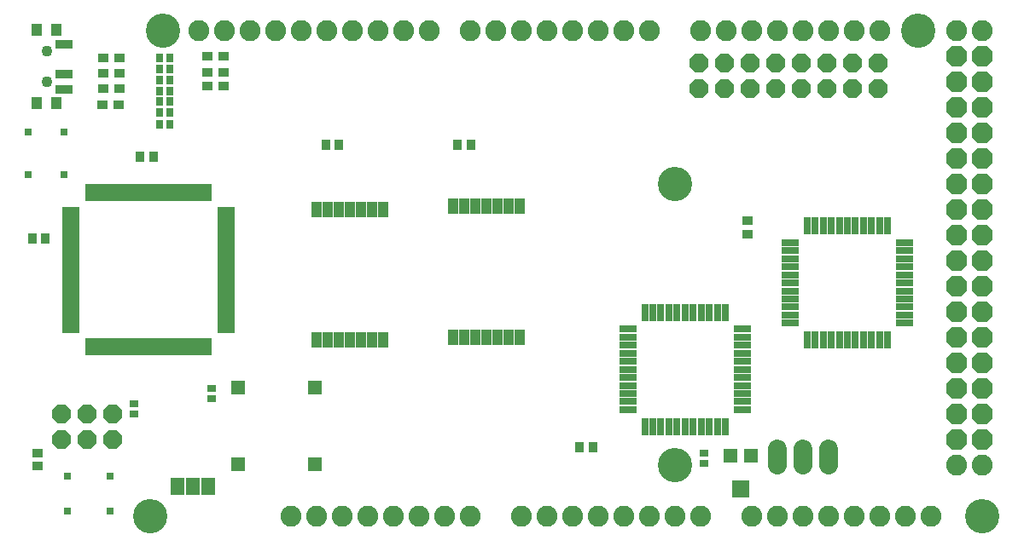
<source format=gbr>
G04 EAGLE Gerber RS-274X export*
G75*
%MOMM*%
%FSLAX34Y34*%
%LPD*%
%INSoldermask Top*%
%IPPOS*%
%AMOC8*
5,1,8,0,0,1.08239X$1,22.5*%
G01*
%ADD10C,2.082800*%
%ADD11P,2.254402X8X112.500000*%
%ADD12C,3.403200*%
%ADD13R,0.803200X0.803200*%
%ADD14C,1.092200*%
%ADD15R,1.016000X1.193800*%
%ADD16R,1.701800X0.914400*%
%ADD17R,1.103200X0.903200*%
%ADD18R,0.903200X1.103200*%
%ADD19R,0.483200X1.539600*%
%ADD20R,0.750300X1.762000*%
%ADD21R,1.762000X0.750300*%
%ADD22R,1.803000X0.483200*%
%ADD23R,0.483200X1.803000*%
%ADD24R,0.903200X0.803200*%
%ADD25P,1.979475X8X22.500000*%
%ADD26R,1.003200X0.953200*%
%ADD27R,0.803200X0.903200*%
%ADD28R,1.371600X1.803400*%
%ADD29R,1.412800X1.412800*%
%ADD30P,1.979475X8X202.500000*%
%ADD31C,1.828800*%
%ADD32R,1.703200X1.803200*%
%ADD33R,1.403200X1.403200*%


D10*
X762000Y25400D03*
X787400Y25400D03*
X812800Y25400D03*
X838200Y25400D03*
X863600Y25400D03*
X889000Y25400D03*
X914400Y25400D03*
X736600Y25400D03*
X711200Y508000D03*
X736600Y508000D03*
X762000Y508000D03*
X787400Y508000D03*
X812800Y508000D03*
X838200Y508000D03*
X863600Y508000D03*
X685800Y508000D03*
X533400Y25400D03*
X558800Y25400D03*
X584200Y25400D03*
X609600Y25400D03*
X635000Y25400D03*
X660400Y25400D03*
X685800Y25400D03*
X508000Y25400D03*
X482600Y508000D03*
X508000Y508000D03*
X533400Y508000D03*
X558800Y508000D03*
X584200Y508000D03*
X609600Y508000D03*
X635000Y508000D03*
X457200Y508000D03*
X264160Y508000D03*
X289560Y508000D03*
X314960Y508000D03*
X340360Y508000D03*
X365760Y508000D03*
X391160Y508000D03*
X416560Y508000D03*
X238760Y508000D03*
D11*
X965200Y304800D03*
X939800Y304800D03*
X965200Y330200D03*
X939800Y330200D03*
X965200Y355600D03*
X939800Y355600D03*
X965200Y381000D03*
X939800Y381000D03*
X965200Y406400D03*
X939800Y406400D03*
X965200Y431800D03*
X939800Y431800D03*
X965200Y457200D03*
X939800Y457200D03*
X965200Y482600D03*
X939800Y482600D03*
X965200Y101600D03*
X939800Y101600D03*
X965200Y127000D03*
X939800Y127000D03*
X965200Y152400D03*
X939800Y152400D03*
X965200Y177800D03*
X939800Y177800D03*
X965200Y203200D03*
X939800Y203200D03*
X965200Y228600D03*
X939800Y228600D03*
X965200Y254000D03*
X939800Y254000D03*
X965200Y279400D03*
X939800Y279400D03*
D10*
X939800Y76200D03*
X965200Y76200D03*
X939800Y508000D03*
X965200Y508000D03*
X330200Y25400D03*
X355600Y25400D03*
X381000Y25400D03*
X406400Y25400D03*
X431800Y25400D03*
X457200Y25400D03*
X213360Y508000D03*
X187960Y508000D03*
X304800Y25400D03*
X279400Y25400D03*
D12*
X152400Y508000D03*
X139700Y25400D03*
X660400Y355600D03*
X660400Y76200D03*
X901700Y508000D03*
X965200Y25400D03*
D13*
X99550Y30100D03*
X57050Y30100D03*
X57050Y65100D03*
X99550Y65100D03*
D14*
X36500Y457014D03*
X36500Y486986D03*
D15*
X26721Y435551D03*
X46279Y435551D03*
D16*
X53899Y449394D03*
X53899Y464380D03*
X53899Y494352D03*
D15*
X46279Y508449D03*
X26721Y508449D03*
D17*
X27200Y88000D03*
X27200Y75000D03*
D18*
X35500Y300800D03*
X22500Y300800D03*
D19*
X508550Y332894D03*
X503050Y332894D03*
X497550Y332894D03*
X492050Y332894D03*
X486550Y332894D03*
X481050Y332894D03*
X475550Y332894D03*
X470050Y332894D03*
X464550Y332894D03*
X459050Y332894D03*
X453550Y332894D03*
X448050Y332894D03*
X442550Y332894D03*
X437050Y332894D03*
X437050Y203106D03*
X442550Y203106D03*
X448050Y203106D03*
X453550Y203106D03*
X459050Y203106D03*
X464550Y203106D03*
X470050Y203106D03*
X475550Y203106D03*
X481050Y203106D03*
X486550Y203106D03*
X492050Y203106D03*
X497550Y203106D03*
X503050Y203106D03*
X508550Y203106D03*
X373250Y329894D03*
X367750Y329894D03*
X362250Y329894D03*
X356750Y329894D03*
X351250Y329894D03*
X345750Y329894D03*
X340250Y329894D03*
X334750Y329894D03*
X329250Y329894D03*
X323750Y329894D03*
X318250Y329894D03*
X312750Y329894D03*
X307250Y329894D03*
X301750Y329894D03*
X301750Y200106D03*
X307250Y200106D03*
X312750Y200106D03*
X318250Y200106D03*
X323750Y200106D03*
X329250Y200106D03*
X334750Y200106D03*
X340250Y200106D03*
X345750Y200106D03*
X351250Y200106D03*
X356750Y200106D03*
X362250Y200106D03*
X367750Y200106D03*
X373250Y200106D03*
D20*
X871000Y313783D03*
X863000Y313783D03*
X855000Y313783D03*
X847000Y313783D03*
X839000Y313783D03*
X831000Y313783D03*
X823000Y313783D03*
X815000Y313783D03*
X807000Y313783D03*
X799000Y313783D03*
X791000Y313783D03*
D21*
X774217Y297000D03*
X774217Y289000D03*
X774217Y281000D03*
X774217Y273000D03*
X774217Y265000D03*
X774217Y257000D03*
X774217Y249000D03*
X774217Y241000D03*
X774217Y233000D03*
X774217Y225000D03*
X774217Y217000D03*
D20*
X791000Y200217D03*
X799000Y200217D03*
X807000Y200217D03*
X815000Y200217D03*
X823000Y200217D03*
X831000Y200217D03*
X839000Y200217D03*
X847000Y200217D03*
X855000Y200217D03*
X863000Y200217D03*
X871000Y200217D03*
D21*
X887783Y217000D03*
X887783Y225000D03*
X887783Y233000D03*
X887783Y241000D03*
X887783Y249000D03*
X887783Y257000D03*
X887783Y265000D03*
X887783Y273000D03*
X887783Y281000D03*
X887783Y289000D03*
X887783Y297000D03*
D22*
X60687Y330000D03*
X60687Y325000D03*
X60687Y320000D03*
X60687Y315000D03*
X60687Y310000D03*
X60687Y305000D03*
X60687Y300000D03*
X60687Y295000D03*
X60687Y290000D03*
X60687Y285000D03*
X60687Y280000D03*
X60687Y275000D03*
X60687Y270000D03*
X60687Y265000D03*
X60687Y260000D03*
X60687Y255000D03*
X60687Y250000D03*
X60687Y245000D03*
X60687Y240000D03*
X60687Y235000D03*
X60687Y230000D03*
X60687Y225000D03*
X60687Y220000D03*
X60687Y215000D03*
X60687Y210000D03*
D23*
X77500Y193187D03*
X82500Y193187D03*
X87500Y193187D03*
X92500Y193187D03*
X97500Y193187D03*
X102500Y193187D03*
X107500Y193187D03*
X112500Y193187D03*
X117500Y193187D03*
X122500Y193187D03*
X127500Y193187D03*
X132500Y193187D03*
X137500Y193187D03*
X142500Y193187D03*
X147500Y193187D03*
X152500Y193187D03*
X157500Y193187D03*
X162500Y193187D03*
X167500Y193187D03*
X172500Y193187D03*
X177500Y193187D03*
X182500Y193187D03*
X187500Y193187D03*
X192500Y193187D03*
X197500Y193187D03*
D22*
X214313Y210000D03*
X214313Y215000D03*
X214313Y220000D03*
X214313Y225000D03*
X214313Y230000D03*
X214313Y235000D03*
X214313Y240000D03*
X214313Y245000D03*
X214313Y250000D03*
X214313Y255000D03*
X214313Y260000D03*
X214313Y265000D03*
X214313Y270000D03*
X214313Y275000D03*
X214313Y280000D03*
X214313Y285000D03*
X214313Y290000D03*
X214313Y295000D03*
X214313Y300000D03*
X214313Y305000D03*
X214313Y310000D03*
X214313Y315000D03*
X214313Y320000D03*
X214313Y325000D03*
X214313Y330000D03*
D23*
X197500Y346813D03*
X192500Y346813D03*
X187500Y346813D03*
X182500Y346813D03*
X177500Y346813D03*
X172500Y346813D03*
X167500Y346813D03*
X162500Y346813D03*
X157500Y346813D03*
X152500Y346813D03*
X147500Y346813D03*
X142500Y346813D03*
X137500Y346813D03*
X132500Y346813D03*
X127500Y346813D03*
X122500Y346813D03*
X117500Y346813D03*
X112500Y346813D03*
X107500Y346813D03*
X102500Y346813D03*
X97500Y346813D03*
X92500Y346813D03*
X87500Y346813D03*
X82500Y346813D03*
X77500Y346813D03*
D21*
X726783Y131000D03*
X726783Y139000D03*
X726783Y147000D03*
X726783Y155000D03*
X726783Y163000D03*
X726783Y171000D03*
X726783Y179000D03*
X726783Y187000D03*
X726783Y195000D03*
X726783Y203000D03*
X726783Y211000D03*
D20*
X710000Y227783D03*
X702000Y227783D03*
X694000Y227783D03*
X686000Y227783D03*
X678000Y227783D03*
X670000Y227783D03*
X662000Y227783D03*
X654000Y227783D03*
X646000Y227783D03*
X638000Y227783D03*
X630000Y227783D03*
D21*
X613217Y211000D03*
X613217Y203000D03*
X613217Y195000D03*
X613217Y187000D03*
X613217Y179000D03*
X613217Y171000D03*
X613217Y163000D03*
X613217Y155000D03*
X613217Y147000D03*
X613217Y139000D03*
X613217Y131000D03*
D20*
X630000Y114217D03*
X638000Y114217D03*
X646000Y114217D03*
X654000Y114217D03*
X662000Y114217D03*
X670000Y114217D03*
X678000Y114217D03*
X686000Y114217D03*
X694000Y114217D03*
X702000Y114217D03*
X710000Y114217D03*
D24*
X200000Y152000D03*
X200000Y142000D03*
D13*
X53500Y407250D03*
X53500Y364750D03*
X18500Y364750D03*
X18500Y407250D03*
D24*
X123000Y126500D03*
X123000Y136500D03*
D25*
X51600Y101300D03*
X51600Y126700D03*
X77000Y101300D03*
X77000Y126700D03*
X102400Y101300D03*
X102400Y126700D03*
D26*
X109000Y480500D03*
X93000Y480500D03*
X109000Y465500D03*
X93000Y465500D03*
X109000Y450000D03*
X93000Y450000D03*
X108000Y434000D03*
X92000Y434000D03*
X196000Y482000D03*
X212000Y482000D03*
X196000Y466500D03*
X212000Y466500D03*
X196000Y452500D03*
X212000Y452500D03*
D27*
X148500Y470000D03*
X158500Y470000D03*
X148500Y481000D03*
X158500Y481000D03*
X158500Y437000D03*
X148500Y437000D03*
X148500Y426000D03*
X158500Y426000D03*
X158500Y459000D03*
X148500Y459000D03*
X148500Y414500D03*
X158500Y414500D03*
X158500Y448000D03*
X148500Y448000D03*
D24*
X689000Y87500D03*
X689000Y77500D03*
D28*
X166760Y55000D03*
X182000Y55000D03*
X197240Y55000D03*
D29*
X303100Y153100D03*
X226900Y153100D03*
X226900Y76900D03*
X303100Y76900D03*
D30*
X861900Y475700D03*
X861900Y450300D03*
X836500Y475700D03*
X836500Y450300D03*
X811100Y475700D03*
X811100Y450300D03*
X785700Y475700D03*
X785700Y450300D03*
X760300Y475700D03*
X760300Y450300D03*
X734900Y475700D03*
X734900Y450300D03*
X709500Y475700D03*
X709500Y450300D03*
X684100Y475700D03*
X684100Y450300D03*
D31*
X761600Y92128D02*
X761600Y75872D01*
X787000Y75872D02*
X787000Y92128D01*
X812400Y92128D02*
X812400Y75872D01*
D32*
X725000Y52000D03*
D33*
X735000Y85250D03*
X715000Y85250D03*
D18*
X129500Y382000D03*
X142500Y382000D03*
X326500Y394000D03*
X313500Y394000D03*
X457500Y394000D03*
X444500Y394000D03*
X578500Y94000D03*
X565500Y94000D03*
D17*
X732000Y318500D03*
X732000Y305500D03*
M02*

</source>
